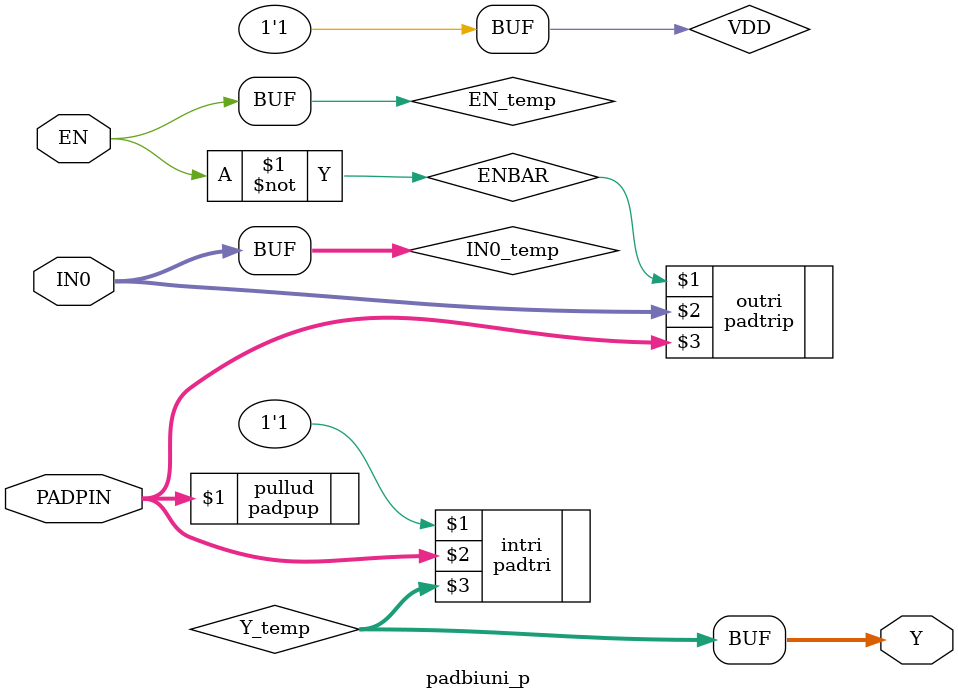
<source format=v>
module padbiuni_p(EN,IN0,PADPIN,Y);
  parameter M = 7;
  parameter N = 0;
  parameter SLIM_FLAG = 0;
  parameter OUTDRIVE = "4MA";
  parameter LEVEL_SHIFTING = 0;
  parameter SCHMITT_TRIGGER = 0;
  parameter PULL_TYPE = "None";
  parameter
        d_EN_r = 0,
        d_EN_f = 0,
        d_IN0 = 0,
        d_PADPIN = 1,
        d_Y = 1;
  input  EN;
  input [M:N] IN0;
  inout [M:N] PADPIN;
  output [M:N] Y;
  wire  EN_temp;
  wire [M:N] IN0_temp;
  wire [M:N] PADPIN_temp;
  wire [M:N] Y_temp;
  supply1  VDD;
  wire  ENBAR;
  assign #(d_EN_r,d_EN_f) EN_temp = EN;
  assign #(d_IN0) IN0_temp = IN0;
  assign #(d_Y) Y = Y_temp;
  assign
    ENBAR = ( ~ EN_temp);
  padpup #(M,N,PULL_TYPE) pullud (PADPIN);
  padtrip #(M,N,PULL_TYPE) outri (ENBAR,IN0_temp,PADPIN);
  padtri #(M,N) intri (VDD,PADPIN,Y_temp);
endmodule

</source>
